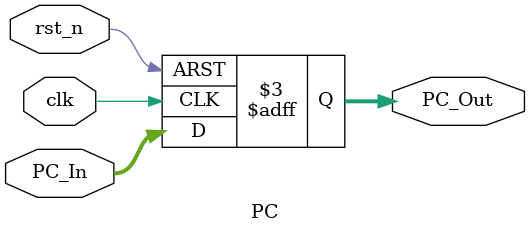
<source format=v>
`timescale 1ps/1fs

module PC #(parameter DATA_WIDTH = 32)(
	input	wire						clk,
	input	wire						rst_n,
	input	wire	[DATA_WIDTH-1:0]	PC_In,
	output	reg		[DATA_WIDTH-1:0]	PC_Out
	);

always@(posedge clk or negedge rst_n)
 begin
  //#10; // Simple Logic Delay
  if(!rst_n)
   PC_Out <= 'b0;
  else
   PC_Out <= PC_In;
 end


endmodule
</source>
